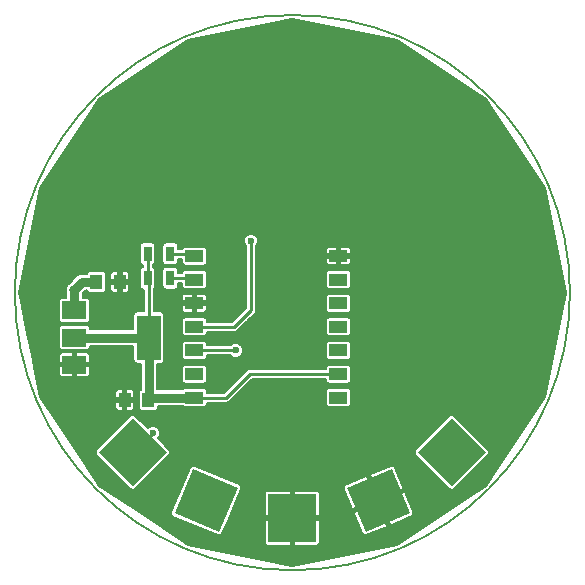
<source format=gbr>
%TF.GenerationSoftware,KiCad,Pcbnew,4.0.7+dfsg1-1*%
%TF.CreationDate,2018-03-01T17:25:55+01:00*%
%TF.ProjectId,ARC-Reactor,4152432D52656163746F722E6B696361,rev?*%
%TF.FileFunction,Copper,L2,Bot,Signal*%
%FSLAX46Y46*%
G04 Gerber Fmt 4.6, Leading zero omitted, Abs format (unit mm)*
G04 Created by KiCad (PCBNEW 4.0.7+dfsg1-1) date Thu Mar  1 17:25:55 2018*
%MOMM*%
%LPD*%
G01*
G04 APERTURE LIST*
%ADD10C,0.150000*%
%ADD11R,1.500000X1.000000*%
%ADD12R,1.000000X1.250000*%
%ADD13R,2.000000X3.800000*%
%ADD14R,2.000000X1.500000*%
%ADD15R,0.700000X1.300000*%
%ADD16R,4.064000X4.064000*%
%ADD17C,0.800000*%
%ADD18C,0.600000*%
%ADD19C,0.800000*%
%ADD20C,0.250000*%
%ADD21C,0.200000*%
G04 APERTURE END LIST*
D10*
X123500000Y-100000000D02*
G75*
G03X123500000Y-100000000I-23500000J0D01*
G01*
D11*
X103900000Y-108898060D03*
X103900000Y-106899080D03*
X103900000Y-96901640D03*
X91700000Y-96901640D03*
X91700000Y-98900620D03*
X91700000Y-104897560D03*
X91700000Y-102901120D03*
X91700000Y-106899080D03*
X91700000Y-100902140D03*
X103900000Y-104897560D03*
X103900000Y-98900620D03*
X103900000Y-102901120D03*
X103900000Y-100902140D03*
X91700000Y-108898060D03*
D12*
X83400000Y-99100000D03*
X85400000Y-99100000D03*
X87800000Y-109100000D03*
X85800000Y-109100000D03*
D13*
X87850000Y-103800000D03*
D14*
X81550000Y-103800000D03*
X81550000Y-101500000D03*
X81550000Y-106100000D03*
D15*
X87750000Y-96700000D03*
X89650000Y-96700000D03*
X87750000Y-98800000D03*
X89650000Y-98800000D03*
D16*
X100000000Y-119100000D03*
D10*
G36*
X108399710Y-114945064D02*
X109954936Y-118699710D01*
X106200290Y-120254936D01*
X104645064Y-116500290D01*
X108399710Y-114945064D01*
X108399710Y-114945064D01*
G37*
G36*
X95354936Y-116500290D02*
X93799710Y-120254936D01*
X90045064Y-118699710D01*
X91600290Y-114945064D01*
X95354936Y-116500290D01*
X95354936Y-116500290D01*
G37*
G36*
X113500000Y-110626318D02*
X116373682Y-113500000D01*
X113500000Y-116373682D01*
X110626318Y-113500000D01*
X113500000Y-110626318D01*
X113500000Y-110626318D01*
G37*
G36*
X89373682Y-113500000D02*
X86500000Y-116373682D01*
X83626318Y-113500000D01*
X86500000Y-110626318D01*
X89373682Y-113500000D01*
X89373682Y-113500000D01*
G37*
D17*
X113500000Y-113400000D03*
X92700000Y-117600000D03*
X81550000Y-99750000D03*
D18*
X94100000Y-101600000D03*
X95900000Y-114400000D03*
X107200000Y-113200000D03*
X104000000Y-85500000D03*
X92800000Y-86800000D03*
X85500000Y-95900000D03*
X86900000Y-107400000D03*
X94600000Y-96900000D03*
X90600000Y-111700000D03*
X85100000Y-101700000D03*
X88300000Y-90700000D03*
X98300000Y-85100000D03*
X109300000Y-88300000D03*
X113200000Y-92800000D03*
X114900000Y-98400000D03*
X114500000Y-104000000D03*
X111700000Y-109300000D03*
X101600000Y-114800000D03*
X98300000Y-104200000D03*
X97000000Y-105500000D03*
X101600000Y-105900000D03*
X105400000Y-103100000D03*
X105900000Y-98300000D03*
X103000000Y-94500000D03*
X98300000Y-94000000D03*
X96500000Y-95600000D03*
X88200000Y-111900000D03*
X95200000Y-104900000D03*
D19*
X113500000Y-113400000D02*
X113500000Y-113500000D01*
X113500000Y-113500000D02*
X113300000Y-113500000D01*
X83400000Y-99100000D02*
X82200000Y-99100000D01*
X81550000Y-99750000D02*
X81550000Y-101500000D01*
X82200000Y-99100000D02*
X81550000Y-99750000D01*
D20*
X87750000Y-96700000D02*
X87750000Y-98800000D01*
X87750000Y-98800000D02*
X87850000Y-98900000D01*
X87850000Y-98900000D02*
X87850000Y-103800000D01*
X103900000Y-106899080D02*
X96400920Y-106899080D01*
X94401940Y-108898060D02*
X91700000Y-108898060D01*
X96400920Y-106899080D02*
X94401940Y-108898060D01*
D19*
X91700000Y-108898060D02*
X88001940Y-108898060D01*
X88001940Y-108898060D02*
X87850000Y-108746120D01*
X87850000Y-108746120D02*
X87850000Y-103800000D01*
X81550000Y-103800000D02*
X87850000Y-103800000D01*
D20*
X91700000Y-102901120D02*
X95098880Y-102901120D01*
X96500000Y-95600000D02*
X96500000Y-101500000D01*
X95098880Y-102901120D02*
X96500000Y-101500000D01*
X89650000Y-96700000D02*
X91498360Y-96700000D01*
X91498360Y-96700000D02*
X91700000Y-96901640D01*
X89650000Y-98800000D02*
X91599380Y-98800000D01*
X91599380Y-98800000D02*
X91700000Y-98900620D01*
X91700000Y-104897560D02*
X95197560Y-104897560D01*
X88200000Y-111900000D02*
X86600000Y-113500000D01*
X95197560Y-104897560D02*
X95200000Y-104900000D01*
X86500000Y-113500000D02*
X86600000Y-113500000D01*
D21*
G36*
X108849554Y-78635286D02*
X116351844Y-83648156D01*
X121364714Y-91150446D01*
X123125000Y-100000000D01*
X121364714Y-108849554D01*
X116351844Y-116351844D01*
X108849554Y-121364714D01*
X100000000Y-123125000D01*
X91150446Y-121364714D01*
X87152501Y-118693372D01*
X89739253Y-118693372D01*
X89760880Y-118812849D01*
X89827287Y-118914498D01*
X89928010Y-118982303D01*
X93682656Y-120537529D01*
X93793372Y-120560747D01*
X93912849Y-120539120D01*
X94014498Y-120472713D01*
X94082303Y-120371990D01*
X94514323Y-119329000D01*
X97668000Y-119329000D01*
X97668000Y-121191673D01*
X97713672Y-121301936D01*
X97798063Y-121386328D01*
X97908326Y-121432000D01*
X99771000Y-121432000D01*
X99846000Y-121357000D01*
X99846000Y-119254000D01*
X100154000Y-119254000D01*
X100154000Y-121357000D01*
X100229000Y-121432000D01*
X102091674Y-121432000D01*
X102201937Y-121386328D01*
X102286328Y-121301936D01*
X102332000Y-121191673D01*
X102332000Y-119329000D01*
X102257000Y-119254000D01*
X100154000Y-119254000D01*
X99846000Y-119254000D01*
X97743000Y-119254000D01*
X97668000Y-119329000D01*
X94514323Y-119329000D01*
X95475578Y-117008327D01*
X97668000Y-117008327D01*
X97668000Y-118871000D01*
X97743000Y-118946000D01*
X99846000Y-118946000D01*
X99846000Y-116843000D01*
X100154000Y-116843000D01*
X100154000Y-118946000D01*
X102257000Y-118946000D01*
X102332000Y-118871000D01*
X102332000Y-118703986D01*
X105233147Y-118703986D01*
X105900289Y-120314609D01*
X105945962Y-120424872D01*
X106030353Y-120509263D01*
X106140615Y-120554936D01*
X106259963Y-120554936D01*
X107980849Y-119842122D01*
X108021439Y-119744129D01*
X107216656Y-117801211D01*
X105273737Y-118605994D01*
X105233147Y-118703986D01*
X102332000Y-118703986D01*
X102332000Y-117008327D01*
X102286328Y-116898064D01*
X102201937Y-116813672D01*
X102091674Y-116768000D01*
X100229000Y-116768000D01*
X100154000Y-116843000D01*
X99846000Y-116843000D01*
X99771000Y-116768000D01*
X97908326Y-116768000D01*
X97798063Y-116813672D01*
X97713672Y-116898064D01*
X97668000Y-117008327D01*
X95475578Y-117008327D01*
X95637529Y-116617344D01*
X95660747Y-116506628D01*
X95648798Y-116440616D01*
X104345064Y-116440616D01*
X104345064Y-116559964D01*
X104390736Y-116670226D01*
X105057878Y-118280849D01*
X105155871Y-118321439D01*
X106696368Y-117683344D01*
X107501211Y-117683344D01*
X108305994Y-119626263D01*
X108403986Y-119666853D01*
X110124873Y-118954038D01*
X110209264Y-118869647D01*
X110254936Y-118759384D01*
X110254936Y-118640036D01*
X110209264Y-118529774D01*
X109542122Y-116919151D01*
X109444129Y-116878561D01*
X107501211Y-117683344D01*
X106696368Y-117683344D01*
X107098789Y-117516656D01*
X106294006Y-115573737D01*
X106196014Y-115533147D01*
X104475127Y-116245962D01*
X104390736Y-116330353D01*
X104345064Y-116440616D01*
X95648798Y-116440616D01*
X95639120Y-116387151D01*
X95572713Y-116285502D01*
X95471990Y-116217697D01*
X93632781Y-115455871D01*
X106578561Y-115455871D01*
X107383344Y-117398789D01*
X109326263Y-116594006D01*
X109366853Y-116496014D01*
X108699711Y-114885391D01*
X108654038Y-114775128D01*
X108569647Y-114690737D01*
X108459385Y-114645064D01*
X108340037Y-114645064D01*
X106619151Y-115357878D01*
X106578561Y-115455871D01*
X93632781Y-115455871D01*
X91717344Y-114662471D01*
X91606628Y-114639253D01*
X91487151Y-114660880D01*
X91385502Y-114727287D01*
X91317697Y-114828010D01*
X89762471Y-118582656D01*
X89739253Y-118693372D01*
X87152501Y-118693372D01*
X83648156Y-116351844D01*
X81739792Y-113495774D01*
X83320470Y-113495774D01*
X83342923Y-113615099D01*
X83410030Y-113716288D01*
X86283712Y-116589970D01*
X86377115Y-116653789D01*
X86495774Y-116679530D01*
X86615099Y-116657077D01*
X86716288Y-116589970D01*
X89589970Y-113716288D01*
X89653789Y-113622885D01*
X89679530Y-113504226D01*
X89677940Y-113495774D01*
X110320470Y-113495774D01*
X110342923Y-113615099D01*
X110410030Y-113716288D01*
X113283712Y-116589970D01*
X113377115Y-116653789D01*
X113495774Y-116679530D01*
X113615099Y-116657077D01*
X113716288Y-116589970D01*
X116589970Y-113716288D01*
X116653789Y-113622885D01*
X116679530Y-113504226D01*
X116657077Y-113384901D01*
X116589970Y-113283712D01*
X113716288Y-110410030D01*
X113622885Y-110346211D01*
X113504226Y-110320470D01*
X113384901Y-110342923D01*
X113283712Y-110410030D01*
X110410030Y-113283712D01*
X110346211Y-113377115D01*
X110320470Y-113495774D01*
X89677940Y-113495774D01*
X89657077Y-113384901D01*
X89589970Y-113283712D01*
X88627396Y-112321138D01*
X88708359Y-112240317D01*
X88799896Y-112019871D01*
X88800104Y-111781176D01*
X88708952Y-111560571D01*
X88540317Y-111391641D01*
X88319871Y-111300104D01*
X88081176Y-111299896D01*
X87860571Y-111391048D01*
X87778867Y-111472609D01*
X86716288Y-110410030D01*
X86622885Y-110346211D01*
X86504226Y-110320470D01*
X86384901Y-110342923D01*
X86283712Y-110410030D01*
X83410030Y-113283712D01*
X83346211Y-113377115D01*
X83320470Y-113495774D01*
X81739792Y-113495774D01*
X78955642Y-109329000D01*
X85000000Y-109329000D01*
X85000000Y-109784673D01*
X85045672Y-109894936D01*
X85130063Y-109979328D01*
X85240326Y-110025000D01*
X85571000Y-110025000D01*
X85646000Y-109950000D01*
X85646000Y-109254000D01*
X85954000Y-109254000D01*
X85954000Y-109950000D01*
X86029000Y-110025000D01*
X86359674Y-110025000D01*
X86469937Y-109979328D01*
X86554328Y-109894936D01*
X86600000Y-109784673D01*
X86600000Y-109329000D01*
X86525000Y-109254000D01*
X85954000Y-109254000D01*
X85646000Y-109254000D01*
X85075000Y-109254000D01*
X85000000Y-109329000D01*
X78955642Y-109329000D01*
X78635286Y-108849554D01*
X78548913Y-108415327D01*
X85000000Y-108415327D01*
X85000000Y-108871000D01*
X85075000Y-108946000D01*
X85646000Y-108946000D01*
X85646000Y-108250000D01*
X85954000Y-108250000D01*
X85954000Y-108946000D01*
X86525000Y-108946000D01*
X86600000Y-108871000D01*
X86600000Y-108415327D01*
X86554328Y-108305064D01*
X86469937Y-108220672D01*
X86359674Y-108175000D01*
X86029000Y-108175000D01*
X85954000Y-108250000D01*
X85646000Y-108250000D01*
X85571000Y-108175000D01*
X85240326Y-108175000D01*
X85130063Y-108220672D01*
X85045672Y-108305064D01*
X85000000Y-108415327D01*
X78548913Y-108415327D01*
X78133917Y-106329000D01*
X80250000Y-106329000D01*
X80250000Y-106909673D01*
X80295672Y-107019936D01*
X80380063Y-107104328D01*
X80490326Y-107150000D01*
X81321000Y-107150000D01*
X81396000Y-107075000D01*
X81396000Y-106254000D01*
X81704000Y-106254000D01*
X81704000Y-107075000D01*
X81779000Y-107150000D01*
X82609674Y-107150000D01*
X82719937Y-107104328D01*
X82804328Y-107019936D01*
X82850000Y-106909673D01*
X82850000Y-106329000D01*
X82775000Y-106254000D01*
X81704000Y-106254000D01*
X81396000Y-106254000D01*
X80325000Y-106254000D01*
X80250000Y-106329000D01*
X78133917Y-106329000D01*
X77927312Y-105290327D01*
X80250000Y-105290327D01*
X80250000Y-105871000D01*
X80325000Y-105946000D01*
X81396000Y-105946000D01*
X81396000Y-105125000D01*
X81704000Y-105125000D01*
X81704000Y-105946000D01*
X82775000Y-105946000D01*
X82850000Y-105871000D01*
X82850000Y-105290327D01*
X82804328Y-105180064D01*
X82719937Y-105095672D01*
X82609674Y-105050000D01*
X81779000Y-105050000D01*
X81704000Y-105125000D01*
X81396000Y-105125000D01*
X81321000Y-105050000D01*
X80490326Y-105050000D01*
X80380063Y-105095672D01*
X80295672Y-105180064D01*
X80250000Y-105290327D01*
X77927312Y-105290327D01*
X77481683Y-103050000D01*
X80244123Y-103050000D01*
X80244123Y-104550000D01*
X80265042Y-104661173D01*
X80330745Y-104763279D01*
X80430997Y-104831778D01*
X80550000Y-104855877D01*
X82550000Y-104855877D01*
X82661173Y-104834958D01*
X82763279Y-104769255D01*
X82831778Y-104669003D01*
X82855877Y-104550000D01*
X82855877Y-104500000D01*
X86544123Y-104500000D01*
X86544123Y-105700000D01*
X86565042Y-105811173D01*
X86630745Y-105913279D01*
X86730997Y-105981778D01*
X86850000Y-106005877D01*
X87150000Y-106005877D01*
X87150000Y-108215026D01*
X87086721Y-108255745D01*
X87018222Y-108355997D01*
X86994123Y-108475000D01*
X86994123Y-109725000D01*
X87015042Y-109836173D01*
X87080745Y-109938279D01*
X87180997Y-110006778D01*
X87300000Y-110030877D01*
X88300000Y-110030877D01*
X88411173Y-110009958D01*
X88513279Y-109944255D01*
X88581778Y-109844003D01*
X88605877Y-109725000D01*
X88605877Y-109598060D01*
X90722200Y-109598060D01*
X90730745Y-109611339D01*
X90830997Y-109679838D01*
X90950000Y-109703937D01*
X92450000Y-109703937D01*
X92561173Y-109683018D01*
X92663279Y-109617315D01*
X92731778Y-109517063D01*
X92755877Y-109398060D01*
X92755877Y-109323060D01*
X94401940Y-109323060D01*
X94537597Y-109296076D01*
X94564581Y-109290709D01*
X94702460Y-109198580D01*
X95502980Y-108398060D01*
X102844123Y-108398060D01*
X102844123Y-109398060D01*
X102865042Y-109509233D01*
X102930745Y-109611339D01*
X103030997Y-109679838D01*
X103150000Y-109703937D01*
X104650000Y-109703937D01*
X104761173Y-109683018D01*
X104863279Y-109617315D01*
X104931778Y-109517063D01*
X104955877Y-109398060D01*
X104955877Y-108398060D01*
X104934958Y-108286887D01*
X104869255Y-108184781D01*
X104769003Y-108116282D01*
X104650000Y-108092183D01*
X103150000Y-108092183D01*
X103038827Y-108113102D01*
X102936721Y-108178805D01*
X102868222Y-108279057D01*
X102844123Y-108398060D01*
X95502980Y-108398060D01*
X96576961Y-107324080D01*
X102844123Y-107324080D01*
X102844123Y-107399080D01*
X102865042Y-107510253D01*
X102930745Y-107612359D01*
X103030997Y-107680858D01*
X103150000Y-107704957D01*
X104650000Y-107704957D01*
X104761173Y-107684038D01*
X104863279Y-107618335D01*
X104931778Y-107518083D01*
X104955877Y-107399080D01*
X104955877Y-106399080D01*
X104934958Y-106287907D01*
X104869255Y-106185801D01*
X104769003Y-106117302D01*
X104650000Y-106093203D01*
X103150000Y-106093203D01*
X103038827Y-106114122D01*
X102936721Y-106179825D01*
X102868222Y-106280077D01*
X102844123Y-106399080D01*
X102844123Y-106474080D01*
X96400920Y-106474080D01*
X96238279Y-106506431D01*
X96100400Y-106598559D01*
X94225900Y-108473060D01*
X92755877Y-108473060D01*
X92755877Y-108398060D01*
X92734958Y-108286887D01*
X92669255Y-108184781D01*
X92569003Y-108116282D01*
X92450000Y-108092183D01*
X90950000Y-108092183D01*
X90838827Y-108113102D01*
X90736721Y-108178805D01*
X90723565Y-108198060D01*
X88550000Y-108198060D01*
X88550000Y-106399080D01*
X90644123Y-106399080D01*
X90644123Y-107399080D01*
X90665042Y-107510253D01*
X90730745Y-107612359D01*
X90830997Y-107680858D01*
X90950000Y-107704957D01*
X92450000Y-107704957D01*
X92561173Y-107684038D01*
X92663279Y-107618335D01*
X92731778Y-107518083D01*
X92755877Y-107399080D01*
X92755877Y-106399080D01*
X92734958Y-106287907D01*
X92669255Y-106185801D01*
X92569003Y-106117302D01*
X92450000Y-106093203D01*
X90950000Y-106093203D01*
X90838827Y-106114122D01*
X90736721Y-106179825D01*
X90668222Y-106280077D01*
X90644123Y-106399080D01*
X88550000Y-106399080D01*
X88550000Y-106005877D01*
X88850000Y-106005877D01*
X88961173Y-105984958D01*
X89063279Y-105919255D01*
X89131778Y-105819003D01*
X89155877Y-105700000D01*
X89155877Y-104397560D01*
X90644123Y-104397560D01*
X90644123Y-105397560D01*
X90665042Y-105508733D01*
X90730745Y-105610839D01*
X90830997Y-105679338D01*
X90950000Y-105703437D01*
X92450000Y-105703437D01*
X92561173Y-105682518D01*
X92663279Y-105616815D01*
X92731778Y-105516563D01*
X92755877Y-105397560D01*
X92755877Y-105322560D01*
X94774034Y-105322560D01*
X94859683Y-105408359D01*
X95080129Y-105499896D01*
X95318824Y-105500104D01*
X95539429Y-105408952D01*
X95708359Y-105240317D01*
X95799896Y-105019871D01*
X95800104Y-104781176D01*
X95708952Y-104560571D01*
X95546226Y-104397560D01*
X102844123Y-104397560D01*
X102844123Y-105397560D01*
X102865042Y-105508733D01*
X102930745Y-105610839D01*
X103030997Y-105679338D01*
X103150000Y-105703437D01*
X104650000Y-105703437D01*
X104761173Y-105682518D01*
X104863279Y-105616815D01*
X104931778Y-105516563D01*
X104955877Y-105397560D01*
X104955877Y-104397560D01*
X104934958Y-104286387D01*
X104869255Y-104184281D01*
X104769003Y-104115782D01*
X104650000Y-104091683D01*
X103150000Y-104091683D01*
X103038827Y-104112602D01*
X102936721Y-104178305D01*
X102868222Y-104278557D01*
X102844123Y-104397560D01*
X95546226Y-104397560D01*
X95540317Y-104391641D01*
X95319871Y-104300104D01*
X95081176Y-104299896D01*
X94860571Y-104391048D01*
X94778916Y-104472560D01*
X92755877Y-104472560D01*
X92755877Y-104397560D01*
X92734958Y-104286387D01*
X92669255Y-104184281D01*
X92569003Y-104115782D01*
X92450000Y-104091683D01*
X90950000Y-104091683D01*
X90838827Y-104112602D01*
X90736721Y-104178305D01*
X90668222Y-104278557D01*
X90644123Y-104397560D01*
X89155877Y-104397560D01*
X89155877Y-102401120D01*
X90644123Y-102401120D01*
X90644123Y-103401120D01*
X90665042Y-103512293D01*
X90730745Y-103614399D01*
X90830997Y-103682898D01*
X90950000Y-103706997D01*
X92450000Y-103706997D01*
X92561173Y-103686078D01*
X92663279Y-103620375D01*
X92731778Y-103520123D01*
X92755877Y-103401120D01*
X92755877Y-103326120D01*
X95098880Y-103326120D01*
X95234537Y-103299136D01*
X95261521Y-103293769D01*
X95399400Y-103201640D01*
X96199920Y-102401120D01*
X102844123Y-102401120D01*
X102844123Y-103401120D01*
X102865042Y-103512293D01*
X102930745Y-103614399D01*
X103030997Y-103682898D01*
X103150000Y-103706997D01*
X104650000Y-103706997D01*
X104761173Y-103686078D01*
X104863279Y-103620375D01*
X104931778Y-103520123D01*
X104955877Y-103401120D01*
X104955877Y-102401120D01*
X104934958Y-102289947D01*
X104869255Y-102187841D01*
X104769003Y-102119342D01*
X104650000Y-102095243D01*
X103150000Y-102095243D01*
X103038827Y-102116162D01*
X102936721Y-102181865D01*
X102868222Y-102282117D01*
X102844123Y-102401120D01*
X96199920Y-102401120D01*
X96800520Y-101800520D01*
X96892649Y-101662641D01*
X96925000Y-101500000D01*
X96925000Y-100402140D01*
X102844123Y-100402140D01*
X102844123Y-101402140D01*
X102865042Y-101513313D01*
X102930745Y-101615419D01*
X103030997Y-101683918D01*
X103150000Y-101708017D01*
X104650000Y-101708017D01*
X104761173Y-101687098D01*
X104863279Y-101621395D01*
X104931778Y-101521143D01*
X104955877Y-101402140D01*
X104955877Y-100402140D01*
X104934958Y-100290967D01*
X104869255Y-100188861D01*
X104769003Y-100120362D01*
X104650000Y-100096263D01*
X103150000Y-100096263D01*
X103038827Y-100117182D01*
X102936721Y-100182885D01*
X102868222Y-100283137D01*
X102844123Y-100402140D01*
X96925000Y-100402140D01*
X96925000Y-98400620D01*
X102844123Y-98400620D01*
X102844123Y-99400620D01*
X102865042Y-99511793D01*
X102930745Y-99613899D01*
X103030997Y-99682398D01*
X103150000Y-99706497D01*
X104650000Y-99706497D01*
X104761173Y-99685578D01*
X104863279Y-99619875D01*
X104931778Y-99519623D01*
X104955877Y-99400620D01*
X104955877Y-98400620D01*
X104934958Y-98289447D01*
X104869255Y-98187341D01*
X104769003Y-98118842D01*
X104650000Y-98094743D01*
X103150000Y-98094743D01*
X103038827Y-98115662D01*
X102936721Y-98181365D01*
X102868222Y-98281617D01*
X102844123Y-98400620D01*
X96925000Y-98400620D01*
X96925000Y-97130640D01*
X102850000Y-97130640D01*
X102850000Y-97461313D01*
X102895672Y-97571576D01*
X102980063Y-97655968D01*
X103090326Y-97701640D01*
X103671000Y-97701640D01*
X103746000Y-97626640D01*
X103746000Y-97055640D01*
X104054000Y-97055640D01*
X104054000Y-97626640D01*
X104129000Y-97701640D01*
X104709674Y-97701640D01*
X104819937Y-97655968D01*
X104904328Y-97571576D01*
X104950000Y-97461313D01*
X104950000Y-97130640D01*
X104875000Y-97055640D01*
X104054000Y-97055640D01*
X103746000Y-97055640D01*
X102925000Y-97055640D01*
X102850000Y-97130640D01*
X96925000Y-97130640D01*
X96925000Y-96341967D01*
X102850000Y-96341967D01*
X102850000Y-96672640D01*
X102925000Y-96747640D01*
X103746000Y-96747640D01*
X103746000Y-96176640D01*
X104054000Y-96176640D01*
X104054000Y-96747640D01*
X104875000Y-96747640D01*
X104950000Y-96672640D01*
X104950000Y-96341967D01*
X104904328Y-96231704D01*
X104819937Y-96147312D01*
X104709674Y-96101640D01*
X104129000Y-96101640D01*
X104054000Y-96176640D01*
X103746000Y-96176640D01*
X103671000Y-96101640D01*
X103090326Y-96101640D01*
X102980063Y-96147312D01*
X102895672Y-96231704D01*
X102850000Y-96341967D01*
X96925000Y-96341967D01*
X96925000Y-96023530D01*
X97008359Y-95940317D01*
X97099896Y-95719871D01*
X97100104Y-95481176D01*
X97008952Y-95260571D01*
X96840317Y-95091641D01*
X96619871Y-95000104D01*
X96381176Y-94999896D01*
X96160571Y-95091048D01*
X95991641Y-95259683D01*
X95900104Y-95480129D01*
X95899896Y-95718824D01*
X95991048Y-95939429D01*
X96075000Y-96023528D01*
X96075000Y-101323960D01*
X94922840Y-102476120D01*
X92755877Y-102476120D01*
X92755877Y-102401120D01*
X92734958Y-102289947D01*
X92669255Y-102187841D01*
X92569003Y-102119342D01*
X92450000Y-102095243D01*
X90950000Y-102095243D01*
X90838827Y-102116162D01*
X90736721Y-102181865D01*
X90668222Y-102282117D01*
X90644123Y-102401120D01*
X89155877Y-102401120D01*
X89155877Y-101900000D01*
X89134958Y-101788827D01*
X89069255Y-101686721D01*
X88969003Y-101618222D01*
X88850000Y-101594123D01*
X88275000Y-101594123D01*
X88275000Y-101131140D01*
X90650000Y-101131140D01*
X90650000Y-101461813D01*
X90695672Y-101572076D01*
X90780063Y-101656468D01*
X90890326Y-101702140D01*
X91471000Y-101702140D01*
X91546000Y-101627140D01*
X91546000Y-101056140D01*
X91854000Y-101056140D01*
X91854000Y-101627140D01*
X91929000Y-101702140D01*
X92509674Y-101702140D01*
X92619937Y-101656468D01*
X92704328Y-101572076D01*
X92750000Y-101461813D01*
X92750000Y-101131140D01*
X92675000Y-101056140D01*
X91854000Y-101056140D01*
X91546000Y-101056140D01*
X90725000Y-101056140D01*
X90650000Y-101131140D01*
X88275000Y-101131140D01*
X88275000Y-100342467D01*
X90650000Y-100342467D01*
X90650000Y-100673140D01*
X90725000Y-100748140D01*
X91546000Y-100748140D01*
X91546000Y-100177140D01*
X91854000Y-100177140D01*
X91854000Y-100748140D01*
X92675000Y-100748140D01*
X92750000Y-100673140D01*
X92750000Y-100342467D01*
X92704328Y-100232204D01*
X92619937Y-100147812D01*
X92509674Y-100102140D01*
X91929000Y-100102140D01*
X91854000Y-100177140D01*
X91546000Y-100177140D01*
X91471000Y-100102140D01*
X90890326Y-100102140D01*
X90780063Y-100147812D01*
X90695672Y-100232204D01*
X90650000Y-100342467D01*
X88275000Y-100342467D01*
X88275000Y-99693887D01*
X88313279Y-99669255D01*
X88381778Y-99569003D01*
X88405877Y-99450000D01*
X88405877Y-98150000D01*
X88994123Y-98150000D01*
X88994123Y-99450000D01*
X89015042Y-99561173D01*
X89080745Y-99663279D01*
X89180997Y-99731778D01*
X89300000Y-99755877D01*
X90000000Y-99755877D01*
X90111173Y-99734958D01*
X90213279Y-99669255D01*
X90281778Y-99569003D01*
X90305877Y-99450000D01*
X90305877Y-99225000D01*
X90644123Y-99225000D01*
X90644123Y-99400620D01*
X90665042Y-99511793D01*
X90730745Y-99613899D01*
X90830997Y-99682398D01*
X90950000Y-99706497D01*
X92450000Y-99706497D01*
X92561173Y-99685578D01*
X92663279Y-99619875D01*
X92731778Y-99519623D01*
X92755877Y-99400620D01*
X92755877Y-98400620D01*
X92734958Y-98289447D01*
X92669255Y-98187341D01*
X92569003Y-98118842D01*
X92450000Y-98094743D01*
X90950000Y-98094743D01*
X90838827Y-98115662D01*
X90736721Y-98181365D01*
X90668222Y-98281617D01*
X90649311Y-98375000D01*
X90305877Y-98375000D01*
X90305877Y-98150000D01*
X90284958Y-98038827D01*
X90219255Y-97936721D01*
X90119003Y-97868222D01*
X90000000Y-97844123D01*
X89300000Y-97844123D01*
X89188827Y-97865042D01*
X89086721Y-97930745D01*
X89018222Y-98030997D01*
X88994123Y-98150000D01*
X88405877Y-98150000D01*
X88384958Y-98038827D01*
X88319255Y-97936721D01*
X88219003Y-97868222D01*
X88175000Y-97859311D01*
X88175000Y-97641765D01*
X88211173Y-97634958D01*
X88313279Y-97569255D01*
X88381778Y-97469003D01*
X88405877Y-97350000D01*
X88405877Y-96050000D01*
X88994123Y-96050000D01*
X88994123Y-97350000D01*
X89015042Y-97461173D01*
X89080745Y-97563279D01*
X89180997Y-97631778D01*
X89300000Y-97655877D01*
X90000000Y-97655877D01*
X90111173Y-97634958D01*
X90213279Y-97569255D01*
X90281778Y-97469003D01*
X90305877Y-97350000D01*
X90305877Y-97125000D01*
X90644123Y-97125000D01*
X90644123Y-97401640D01*
X90665042Y-97512813D01*
X90730745Y-97614919D01*
X90830997Y-97683418D01*
X90950000Y-97707517D01*
X92450000Y-97707517D01*
X92561173Y-97686598D01*
X92663279Y-97620895D01*
X92731778Y-97520643D01*
X92755877Y-97401640D01*
X92755877Y-96401640D01*
X92734958Y-96290467D01*
X92669255Y-96188361D01*
X92569003Y-96119862D01*
X92450000Y-96095763D01*
X90950000Y-96095763D01*
X90838827Y-96116682D01*
X90736721Y-96182385D01*
X90673440Y-96275000D01*
X90305877Y-96275000D01*
X90305877Y-96050000D01*
X90284958Y-95938827D01*
X90219255Y-95836721D01*
X90119003Y-95768222D01*
X90000000Y-95744123D01*
X89300000Y-95744123D01*
X89188827Y-95765042D01*
X89086721Y-95830745D01*
X89018222Y-95930997D01*
X88994123Y-96050000D01*
X88405877Y-96050000D01*
X88384958Y-95938827D01*
X88319255Y-95836721D01*
X88219003Y-95768222D01*
X88100000Y-95744123D01*
X87400000Y-95744123D01*
X87288827Y-95765042D01*
X87186721Y-95830745D01*
X87118222Y-95930997D01*
X87094123Y-96050000D01*
X87094123Y-97350000D01*
X87115042Y-97461173D01*
X87180745Y-97563279D01*
X87280997Y-97631778D01*
X87325000Y-97640689D01*
X87325000Y-97858235D01*
X87288827Y-97865042D01*
X87186721Y-97930745D01*
X87118222Y-98030997D01*
X87094123Y-98150000D01*
X87094123Y-99450000D01*
X87115042Y-99561173D01*
X87180745Y-99663279D01*
X87280997Y-99731778D01*
X87400000Y-99755877D01*
X87425000Y-99755877D01*
X87425000Y-101594123D01*
X86850000Y-101594123D01*
X86738827Y-101615042D01*
X86636721Y-101680745D01*
X86568222Y-101780997D01*
X86544123Y-101900000D01*
X86544123Y-103100000D01*
X82855877Y-103100000D01*
X82855877Y-103050000D01*
X82834958Y-102938827D01*
X82769255Y-102836721D01*
X82669003Y-102768222D01*
X82550000Y-102744123D01*
X80550000Y-102744123D01*
X80438827Y-102765042D01*
X80336721Y-102830745D01*
X80268222Y-102930997D01*
X80244123Y-103050000D01*
X77481683Y-103050000D01*
X77024185Y-100750000D01*
X80244123Y-100750000D01*
X80244123Y-102250000D01*
X80265042Y-102361173D01*
X80330745Y-102463279D01*
X80430997Y-102531778D01*
X80550000Y-102555877D01*
X82550000Y-102555877D01*
X82661173Y-102534958D01*
X82763279Y-102469255D01*
X82831778Y-102369003D01*
X82855877Y-102250000D01*
X82855877Y-100750000D01*
X82834958Y-100638827D01*
X82769255Y-100536721D01*
X82669003Y-100468222D01*
X82550000Y-100444123D01*
X82250000Y-100444123D01*
X82250000Y-100039950D01*
X82489950Y-99800000D01*
X82608235Y-99800000D01*
X82615042Y-99836173D01*
X82680745Y-99938279D01*
X82780997Y-100006778D01*
X82900000Y-100030877D01*
X83900000Y-100030877D01*
X84011173Y-100009958D01*
X84113279Y-99944255D01*
X84181778Y-99844003D01*
X84205877Y-99725000D01*
X84205877Y-99329000D01*
X84600000Y-99329000D01*
X84600000Y-99784673D01*
X84645672Y-99894936D01*
X84730063Y-99979328D01*
X84840326Y-100025000D01*
X85171000Y-100025000D01*
X85246000Y-99950000D01*
X85246000Y-99254000D01*
X85554000Y-99254000D01*
X85554000Y-99950000D01*
X85629000Y-100025000D01*
X85959674Y-100025000D01*
X86069937Y-99979328D01*
X86154328Y-99894936D01*
X86200000Y-99784673D01*
X86200000Y-99329000D01*
X86125000Y-99254000D01*
X85554000Y-99254000D01*
X85246000Y-99254000D01*
X84675000Y-99254000D01*
X84600000Y-99329000D01*
X84205877Y-99329000D01*
X84205877Y-98475000D01*
X84194649Y-98415327D01*
X84600000Y-98415327D01*
X84600000Y-98871000D01*
X84675000Y-98946000D01*
X85246000Y-98946000D01*
X85246000Y-98250000D01*
X85554000Y-98250000D01*
X85554000Y-98946000D01*
X86125000Y-98946000D01*
X86200000Y-98871000D01*
X86200000Y-98415327D01*
X86154328Y-98305064D01*
X86069937Y-98220672D01*
X85959674Y-98175000D01*
X85629000Y-98175000D01*
X85554000Y-98250000D01*
X85246000Y-98250000D01*
X85171000Y-98175000D01*
X84840326Y-98175000D01*
X84730063Y-98220672D01*
X84645672Y-98305064D01*
X84600000Y-98415327D01*
X84194649Y-98415327D01*
X84184958Y-98363827D01*
X84119255Y-98261721D01*
X84019003Y-98193222D01*
X83900000Y-98169123D01*
X82900000Y-98169123D01*
X82788827Y-98190042D01*
X82686721Y-98255745D01*
X82618222Y-98355997D01*
X82609311Y-98400000D01*
X82200000Y-98400000D01*
X81932121Y-98453284D01*
X81705025Y-98605025D01*
X81055025Y-99255025D01*
X80956915Y-99352964D01*
X80850122Y-99610150D01*
X80849879Y-99888628D01*
X80850000Y-99888921D01*
X80850000Y-100444123D01*
X80550000Y-100444123D01*
X80438827Y-100465042D01*
X80336721Y-100530745D01*
X80268222Y-100630997D01*
X80244123Y-100750000D01*
X77024185Y-100750000D01*
X76875000Y-100000000D01*
X78635286Y-91150446D01*
X83648156Y-83648156D01*
X91150446Y-78635286D01*
X100000000Y-76875000D01*
X108849554Y-78635286D01*
X108849554Y-78635286D01*
G37*
X108849554Y-78635286D02*
X116351844Y-83648156D01*
X121364714Y-91150446D01*
X123125000Y-100000000D01*
X121364714Y-108849554D01*
X116351844Y-116351844D01*
X108849554Y-121364714D01*
X100000000Y-123125000D01*
X91150446Y-121364714D01*
X87152501Y-118693372D01*
X89739253Y-118693372D01*
X89760880Y-118812849D01*
X89827287Y-118914498D01*
X89928010Y-118982303D01*
X93682656Y-120537529D01*
X93793372Y-120560747D01*
X93912849Y-120539120D01*
X94014498Y-120472713D01*
X94082303Y-120371990D01*
X94514323Y-119329000D01*
X97668000Y-119329000D01*
X97668000Y-121191673D01*
X97713672Y-121301936D01*
X97798063Y-121386328D01*
X97908326Y-121432000D01*
X99771000Y-121432000D01*
X99846000Y-121357000D01*
X99846000Y-119254000D01*
X100154000Y-119254000D01*
X100154000Y-121357000D01*
X100229000Y-121432000D01*
X102091674Y-121432000D01*
X102201937Y-121386328D01*
X102286328Y-121301936D01*
X102332000Y-121191673D01*
X102332000Y-119329000D01*
X102257000Y-119254000D01*
X100154000Y-119254000D01*
X99846000Y-119254000D01*
X97743000Y-119254000D01*
X97668000Y-119329000D01*
X94514323Y-119329000D01*
X95475578Y-117008327D01*
X97668000Y-117008327D01*
X97668000Y-118871000D01*
X97743000Y-118946000D01*
X99846000Y-118946000D01*
X99846000Y-116843000D01*
X100154000Y-116843000D01*
X100154000Y-118946000D01*
X102257000Y-118946000D01*
X102332000Y-118871000D01*
X102332000Y-118703986D01*
X105233147Y-118703986D01*
X105900289Y-120314609D01*
X105945962Y-120424872D01*
X106030353Y-120509263D01*
X106140615Y-120554936D01*
X106259963Y-120554936D01*
X107980849Y-119842122D01*
X108021439Y-119744129D01*
X107216656Y-117801211D01*
X105273737Y-118605994D01*
X105233147Y-118703986D01*
X102332000Y-118703986D01*
X102332000Y-117008327D01*
X102286328Y-116898064D01*
X102201937Y-116813672D01*
X102091674Y-116768000D01*
X100229000Y-116768000D01*
X100154000Y-116843000D01*
X99846000Y-116843000D01*
X99771000Y-116768000D01*
X97908326Y-116768000D01*
X97798063Y-116813672D01*
X97713672Y-116898064D01*
X97668000Y-117008327D01*
X95475578Y-117008327D01*
X95637529Y-116617344D01*
X95660747Y-116506628D01*
X95648798Y-116440616D01*
X104345064Y-116440616D01*
X104345064Y-116559964D01*
X104390736Y-116670226D01*
X105057878Y-118280849D01*
X105155871Y-118321439D01*
X106696368Y-117683344D01*
X107501211Y-117683344D01*
X108305994Y-119626263D01*
X108403986Y-119666853D01*
X110124873Y-118954038D01*
X110209264Y-118869647D01*
X110254936Y-118759384D01*
X110254936Y-118640036D01*
X110209264Y-118529774D01*
X109542122Y-116919151D01*
X109444129Y-116878561D01*
X107501211Y-117683344D01*
X106696368Y-117683344D01*
X107098789Y-117516656D01*
X106294006Y-115573737D01*
X106196014Y-115533147D01*
X104475127Y-116245962D01*
X104390736Y-116330353D01*
X104345064Y-116440616D01*
X95648798Y-116440616D01*
X95639120Y-116387151D01*
X95572713Y-116285502D01*
X95471990Y-116217697D01*
X93632781Y-115455871D01*
X106578561Y-115455871D01*
X107383344Y-117398789D01*
X109326263Y-116594006D01*
X109366853Y-116496014D01*
X108699711Y-114885391D01*
X108654038Y-114775128D01*
X108569647Y-114690737D01*
X108459385Y-114645064D01*
X108340037Y-114645064D01*
X106619151Y-115357878D01*
X106578561Y-115455871D01*
X93632781Y-115455871D01*
X91717344Y-114662471D01*
X91606628Y-114639253D01*
X91487151Y-114660880D01*
X91385502Y-114727287D01*
X91317697Y-114828010D01*
X89762471Y-118582656D01*
X89739253Y-118693372D01*
X87152501Y-118693372D01*
X83648156Y-116351844D01*
X81739792Y-113495774D01*
X83320470Y-113495774D01*
X83342923Y-113615099D01*
X83410030Y-113716288D01*
X86283712Y-116589970D01*
X86377115Y-116653789D01*
X86495774Y-116679530D01*
X86615099Y-116657077D01*
X86716288Y-116589970D01*
X89589970Y-113716288D01*
X89653789Y-113622885D01*
X89679530Y-113504226D01*
X89677940Y-113495774D01*
X110320470Y-113495774D01*
X110342923Y-113615099D01*
X110410030Y-113716288D01*
X113283712Y-116589970D01*
X113377115Y-116653789D01*
X113495774Y-116679530D01*
X113615099Y-116657077D01*
X113716288Y-116589970D01*
X116589970Y-113716288D01*
X116653789Y-113622885D01*
X116679530Y-113504226D01*
X116657077Y-113384901D01*
X116589970Y-113283712D01*
X113716288Y-110410030D01*
X113622885Y-110346211D01*
X113504226Y-110320470D01*
X113384901Y-110342923D01*
X113283712Y-110410030D01*
X110410030Y-113283712D01*
X110346211Y-113377115D01*
X110320470Y-113495774D01*
X89677940Y-113495774D01*
X89657077Y-113384901D01*
X89589970Y-113283712D01*
X88627396Y-112321138D01*
X88708359Y-112240317D01*
X88799896Y-112019871D01*
X88800104Y-111781176D01*
X88708952Y-111560571D01*
X88540317Y-111391641D01*
X88319871Y-111300104D01*
X88081176Y-111299896D01*
X87860571Y-111391048D01*
X87778867Y-111472609D01*
X86716288Y-110410030D01*
X86622885Y-110346211D01*
X86504226Y-110320470D01*
X86384901Y-110342923D01*
X86283712Y-110410030D01*
X83410030Y-113283712D01*
X83346211Y-113377115D01*
X83320470Y-113495774D01*
X81739792Y-113495774D01*
X78955642Y-109329000D01*
X85000000Y-109329000D01*
X85000000Y-109784673D01*
X85045672Y-109894936D01*
X85130063Y-109979328D01*
X85240326Y-110025000D01*
X85571000Y-110025000D01*
X85646000Y-109950000D01*
X85646000Y-109254000D01*
X85954000Y-109254000D01*
X85954000Y-109950000D01*
X86029000Y-110025000D01*
X86359674Y-110025000D01*
X86469937Y-109979328D01*
X86554328Y-109894936D01*
X86600000Y-109784673D01*
X86600000Y-109329000D01*
X86525000Y-109254000D01*
X85954000Y-109254000D01*
X85646000Y-109254000D01*
X85075000Y-109254000D01*
X85000000Y-109329000D01*
X78955642Y-109329000D01*
X78635286Y-108849554D01*
X78548913Y-108415327D01*
X85000000Y-108415327D01*
X85000000Y-108871000D01*
X85075000Y-108946000D01*
X85646000Y-108946000D01*
X85646000Y-108250000D01*
X85954000Y-108250000D01*
X85954000Y-108946000D01*
X86525000Y-108946000D01*
X86600000Y-108871000D01*
X86600000Y-108415327D01*
X86554328Y-108305064D01*
X86469937Y-108220672D01*
X86359674Y-108175000D01*
X86029000Y-108175000D01*
X85954000Y-108250000D01*
X85646000Y-108250000D01*
X85571000Y-108175000D01*
X85240326Y-108175000D01*
X85130063Y-108220672D01*
X85045672Y-108305064D01*
X85000000Y-108415327D01*
X78548913Y-108415327D01*
X78133917Y-106329000D01*
X80250000Y-106329000D01*
X80250000Y-106909673D01*
X80295672Y-107019936D01*
X80380063Y-107104328D01*
X80490326Y-107150000D01*
X81321000Y-107150000D01*
X81396000Y-107075000D01*
X81396000Y-106254000D01*
X81704000Y-106254000D01*
X81704000Y-107075000D01*
X81779000Y-107150000D01*
X82609674Y-107150000D01*
X82719937Y-107104328D01*
X82804328Y-107019936D01*
X82850000Y-106909673D01*
X82850000Y-106329000D01*
X82775000Y-106254000D01*
X81704000Y-106254000D01*
X81396000Y-106254000D01*
X80325000Y-106254000D01*
X80250000Y-106329000D01*
X78133917Y-106329000D01*
X77927312Y-105290327D01*
X80250000Y-105290327D01*
X80250000Y-105871000D01*
X80325000Y-105946000D01*
X81396000Y-105946000D01*
X81396000Y-105125000D01*
X81704000Y-105125000D01*
X81704000Y-105946000D01*
X82775000Y-105946000D01*
X82850000Y-105871000D01*
X82850000Y-105290327D01*
X82804328Y-105180064D01*
X82719937Y-105095672D01*
X82609674Y-105050000D01*
X81779000Y-105050000D01*
X81704000Y-105125000D01*
X81396000Y-105125000D01*
X81321000Y-105050000D01*
X80490326Y-105050000D01*
X80380063Y-105095672D01*
X80295672Y-105180064D01*
X80250000Y-105290327D01*
X77927312Y-105290327D01*
X77481683Y-103050000D01*
X80244123Y-103050000D01*
X80244123Y-104550000D01*
X80265042Y-104661173D01*
X80330745Y-104763279D01*
X80430997Y-104831778D01*
X80550000Y-104855877D01*
X82550000Y-104855877D01*
X82661173Y-104834958D01*
X82763279Y-104769255D01*
X82831778Y-104669003D01*
X82855877Y-104550000D01*
X82855877Y-104500000D01*
X86544123Y-104500000D01*
X86544123Y-105700000D01*
X86565042Y-105811173D01*
X86630745Y-105913279D01*
X86730997Y-105981778D01*
X86850000Y-106005877D01*
X87150000Y-106005877D01*
X87150000Y-108215026D01*
X87086721Y-108255745D01*
X87018222Y-108355997D01*
X86994123Y-108475000D01*
X86994123Y-109725000D01*
X87015042Y-109836173D01*
X87080745Y-109938279D01*
X87180997Y-110006778D01*
X87300000Y-110030877D01*
X88300000Y-110030877D01*
X88411173Y-110009958D01*
X88513279Y-109944255D01*
X88581778Y-109844003D01*
X88605877Y-109725000D01*
X88605877Y-109598060D01*
X90722200Y-109598060D01*
X90730745Y-109611339D01*
X90830997Y-109679838D01*
X90950000Y-109703937D01*
X92450000Y-109703937D01*
X92561173Y-109683018D01*
X92663279Y-109617315D01*
X92731778Y-109517063D01*
X92755877Y-109398060D01*
X92755877Y-109323060D01*
X94401940Y-109323060D01*
X94537597Y-109296076D01*
X94564581Y-109290709D01*
X94702460Y-109198580D01*
X95502980Y-108398060D01*
X102844123Y-108398060D01*
X102844123Y-109398060D01*
X102865042Y-109509233D01*
X102930745Y-109611339D01*
X103030997Y-109679838D01*
X103150000Y-109703937D01*
X104650000Y-109703937D01*
X104761173Y-109683018D01*
X104863279Y-109617315D01*
X104931778Y-109517063D01*
X104955877Y-109398060D01*
X104955877Y-108398060D01*
X104934958Y-108286887D01*
X104869255Y-108184781D01*
X104769003Y-108116282D01*
X104650000Y-108092183D01*
X103150000Y-108092183D01*
X103038827Y-108113102D01*
X102936721Y-108178805D01*
X102868222Y-108279057D01*
X102844123Y-108398060D01*
X95502980Y-108398060D01*
X96576961Y-107324080D01*
X102844123Y-107324080D01*
X102844123Y-107399080D01*
X102865042Y-107510253D01*
X102930745Y-107612359D01*
X103030997Y-107680858D01*
X103150000Y-107704957D01*
X104650000Y-107704957D01*
X104761173Y-107684038D01*
X104863279Y-107618335D01*
X104931778Y-107518083D01*
X104955877Y-107399080D01*
X104955877Y-106399080D01*
X104934958Y-106287907D01*
X104869255Y-106185801D01*
X104769003Y-106117302D01*
X104650000Y-106093203D01*
X103150000Y-106093203D01*
X103038827Y-106114122D01*
X102936721Y-106179825D01*
X102868222Y-106280077D01*
X102844123Y-106399080D01*
X102844123Y-106474080D01*
X96400920Y-106474080D01*
X96238279Y-106506431D01*
X96100400Y-106598559D01*
X94225900Y-108473060D01*
X92755877Y-108473060D01*
X92755877Y-108398060D01*
X92734958Y-108286887D01*
X92669255Y-108184781D01*
X92569003Y-108116282D01*
X92450000Y-108092183D01*
X90950000Y-108092183D01*
X90838827Y-108113102D01*
X90736721Y-108178805D01*
X90723565Y-108198060D01*
X88550000Y-108198060D01*
X88550000Y-106399080D01*
X90644123Y-106399080D01*
X90644123Y-107399080D01*
X90665042Y-107510253D01*
X90730745Y-107612359D01*
X90830997Y-107680858D01*
X90950000Y-107704957D01*
X92450000Y-107704957D01*
X92561173Y-107684038D01*
X92663279Y-107618335D01*
X92731778Y-107518083D01*
X92755877Y-107399080D01*
X92755877Y-106399080D01*
X92734958Y-106287907D01*
X92669255Y-106185801D01*
X92569003Y-106117302D01*
X92450000Y-106093203D01*
X90950000Y-106093203D01*
X90838827Y-106114122D01*
X90736721Y-106179825D01*
X90668222Y-106280077D01*
X90644123Y-106399080D01*
X88550000Y-106399080D01*
X88550000Y-106005877D01*
X88850000Y-106005877D01*
X88961173Y-105984958D01*
X89063279Y-105919255D01*
X89131778Y-105819003D01*
X89155877Y-105700000D01*
X89155877Y-104397560D01*
X90644123Y-104397560D01*
X90644123Y-105397560D01*
X90665042Y-105508733D01*
X90730745Y-105610839D01*
X90830997Y-105679338D01*
X90950000Y-105703437D01*
X92450000Y-105703437D01*
X92561173Y-105682518D01*
X92663279Y-105616815D01*
X92731778Y-105516563D01*
X92755877Y-105397560D01*
X92755877Y-105322560D01*
X94774034Y-105322560D01*
X94859683Y-105408359D01*
X95080129Y-105499896D01*
X95318824Y-105500104D01*
X95539429Y-105408952D01*
X95708359Y-105240317D01*
X95799896Y-105019871D01*
X95800104Y-104781176D01*
X95708952Y-104560571D01*
X95546226Y-104397560D01*
X102844123Y-104397560D01*
X102844123Y-105397560D01*
X102865042Y-105508733D01*
X102930745Y-105610839D01*
X103030997Y-105679338D01*
X103150000Y-105703437D01*
X104650000Y-105703437D01*
X104761173Y-105682518D01*
X104863279Y-105616815D01*
X104931778Y-105516563D01*
X104955877Y-105397560D01*
X104955877Y-104397560D01*
X104934958Y-104286387D01*
X104869255Y-104184281D01*
X104769003Y-104115782D01*
X104650000Y-104091683D01*
X103150000Y-104091683D01*
X103038827Y-104112602D01*
X102936721Y-104178305D01*
X102868222Y-104278557D01*
X102844123Y-104397560D01*
X95546226Y-104397560D01*
X95540317Y-104391641D01*
X95319871Y-104300104D01*
X95081176Y-104299896D01*
X94860571Y-104391048D01*
X94778916Y-104472560D01*
X92755877Y-104472560D01*
X92755877Y-104397560D01*
X92734958Y-104286387D01*
X92669255Y-104184281D01*
X92569003Y-104115782D01*
X92450000Y-104091683D01*
X90950000Y-104091683D01*
X90838827Y-104112602D01*
X90736721Y-104178305D01*
X90668222Y-104278557D01*
X90644123Y-104397560D01*
X89155877Y-104397560D01*
X89155877Y-102401120D01*
X90644123Y-102401120D01*
X90644123Y-103401120D01*
X90665042Y-103512293D01*
X90730745Y-103614399D01*
X90830997Y-103682898D01*
X90950000Y-103706997D01*
X92450000Y-103706997D01*
X92561173Y-103686078D01*
X92663279Y-103620375D01*
X92731778Y-103520123D01*
X92755877Y-103401120D01*
X92755877Y-103326120D01*
X95098880Y-103326120D01*
X95234537Y-103299136D01*
X95261521Y-103293769D01*
X95399400Y-103201640D01*
X96199920Y-102401120D01*
X102844123Y-102401120D01*
X102844123Y-103401120D01*
X102865042Y-103512293D01*
X102930745Y-103614399D01*
X103030997Y-103682898D01*
X103150000Y-103706997D01*
X104650000Y-103706997D01*
X104761173Y-103686078D01*
X104863279Y-103620375D01*
X104931778Y-103520123D01*
X104955877Y-103401120D01*
X104955877Y-102401120D01*
X104934958Y-102289947D01*
X104869255Y-102187841D01*
X104769003Y-102119342D01*
X104650000Y-102095243D01*
X103150000Y-102095243D01*
X103038827Y-102116162D01*
X102936721Y-102181865D01*
X102868222Y-102282117D01*
X102844123Y-102401120D01*
X96199920Y-102401120D01*
X96800520Y-101800520D01*
X96892649Y-101662641D01*
X96925000Y-101500000D01*
X96925000Y-100402140D01*
X102844123Y-100402140D01*
X102844123Y-101402140D01*
X102865042Y-101513313D01*
X102930745Y-101615419D01*
X103030997Y-101683918D01*
X103150000Y-101708017D01*
X104650000Y-101708017D01*
X104761173Y-101687098D01*
X104863279Y-101621395D01*
X104931778Y-101521143D01*
X104955877Y-101402140D01*
X104955877Y-100402140D01*
X104934958Y-100290967D01*
X104869255Y-100188861D01*
X104769003Y-100120362D01*
X104650000Y-100096263D01*
X103150000Y-100096263D01*
X103038827Y-100117182D01*
X102936721Y-100182885D01*
X102868222Y-100283137D01*
X102844123Y-100402140D01*
X96925000Y-100402140D01*
X96925000Y-98400620D01*
X102844123Y-98400620D01*
X102844123Y-99400620D01*
X102865042Y-99511793D01*
X102930745Y-99613899D01*
X103030997Y-99682398D01*
X103150000Y-99706497D01*
X104650000Y-99706497D01*
X104761173Y-99685578D01*
X104863279Y-99619875D01*
X104931778Y-99519623D01*
X104955877Y-99400620D01*
X104955877Y-98400620D01*
X104934958Y-98289447D01*
X104869255Y-98187341D01*
X104769003Y-98118842D01*
X104650000Y-98094743D01*
X103150000Y-98094743D01*
X103038827Y-98115662D01*
X102936721Y-98181365D01*
X102868222Y-98281617D01*
X102844123Y-98400620D01*
X96925000Y-98400620D01*
X96925000Y-97130640D01*
X102850000Y-97130640D01*
X102850000Y-97461313D01*
X102895672Y-97571576D01*
X102980063Y-97655968D01*
X103090326Y-97701640D01*
X103671000Y-97701640D01*
X103746000Y-97626640D01*
X103746000Y-97055640D01*
X104054000Y-97055640D01*
X104054000Y-97626640D01*
X104129000Y-97701640D01*
X104709674Y-97701640D01*
X104819937Y-97655968D01*
X104904328Y-97571576D01*
X104950000Y-97461313D01*
X104950000Y-97130640D01*
X104875000Y-97055640D01*
X104054000Y-97055640D01*
X103746000Y-97055640D01*
X102925000Y-97055640D01*
X102850000Y-97130640D01*
X96925000Y-97130640D01*
X96925000Y-96341967D01*
X102850000Y-96341967D01*
X102850000Y-96672640D01*
X102925000Y-96747640D01*
X103746000Y-96747640D01*
X103746000Y-96176640D01*
X104054000Y-96176640D01*
X104054000Y-96747640D01*
X104875000Y-96747640D01*
X104950000Y-96672640D01*
X104950000Y-96341967D01*
X104904328Y-96231704D01*
X104819937Y-96147312D01*
X104709674Y-96101640D01*
X104129000Y-96101640D01*
X104054000Y-96176640D01*
X103746000Y-96176640D01*
X103671000Y-96101640D01*
X103090326Y-96101640D01*
X102980063Y-96147312D01*
X102895672Y-96231704D01*
X102850000Y-96341967D01*
X96925000Y-96341967D01*
X96925000Y-96023530D01*
X97008359Y-95940317D01*
X97099896Y-95719871D01*
X97100104Y-95481176D01*
X97008952Y-95260571D01*
X96840317Y-95091641D01*
X96619871Y-95000104D01*
X96381176Y-94999896D01*
X96160571Y-95091048D01*
X95991641Y-95259683D01*
X95900104Y-95480129D01*
X95899896Y-95718824D01*
X95991048Y-95939429D01*
X96075000Y-96023528D01*
X96075000Y-101323960D01*
X94922840Y-102476120D01*
X92755877Y-102476120D01*
X92755877Y-102401120D01*
X92734958Y-102289947D01*
X92669255Y-102187841D01*
X92569003Y-102119342D01*
X92450000Y-102095243D01*
X90950000Y-102095243D01*
X90838827Y-102116162D01*
X90736721Y-102181865D01*
X90668222Y-102282117D01*
X90644123Y-102401120D01*
X89155877Y-102401120D01*
X89155877Y-101900000D01*
X89134958Y-101788827D01*
X89069255Y-101686721D01*
X88969003Y-101618222D01*
X88850000Y-101594123D01*
X88275000Y-101594123D01*
X88275000Y-101131140D01*
X90650000Y-101131140D01*
X90650000Y-101461813D01*
X90695672Y-101572076D01*
X90780063Y-101656468D01*
X90890326Y-101702140D01*
X91471000Y-101702140D01*
X91546000Y-101627140D01*
X91546000Y-101056140D01*
X91854000Y-101056140D01*
X91854000Y-101627140D01*
X91929000Y-101702140D01*
X92509674Y-101702140D01*
X92619937Y-101656468D01*
X92704328Y-101572076D01*
X92750000Y-101461813D01*
X92750000Y-101131140D01*
X92675000Y-101056140D01*
X91854000Y-101056140D01*
X91546000Y-101056140D01*
X90725000Y-101056140D01*
X90650000Y-101131140D01*
X88275000Y-101131140D01*
X88275000Y-100342467D01*
X90650000Y-100342467D01*
X90650000Y-100673140D01*
X90725000Y-100748140D01*
X91546000Y-100748140D01*
X91546000Y-100177140D01*
X91854000Y-100177140D01*
X91854000Y-100748140D01*
X92675000Y-100748140D01*
X92750000Y-100673140D01*
X92750000Y-100342467D01*
X92704328Y-100232204D01*
X92619937Y-100147812D01*
X92509674Y-100102140D01*
X91929000Y-100102140D01*
X91854000Y-100177140D01*
X91546000Y-100177140D01*
X91471000Y-100102140D01*
X90890326Y-100102140D01*
X90780063Y-100147812D01*
X90695672Y-100232204D01*
X90650000Y-100342467D01*
X88275000Y-100342467D01*
X88275000Y-99693887D01*
X88313279Y-99669255D01*
X88381778Y-99569003D01*
X88405877Y-99450000D01*
X88405877Y-98150000D01*
X88994123Y-98150000D01*
X88994123Y-99450000D01*
X89015042Y-99561173D01*
X89080745Y-99663279D01*
X89180997Y-99731778D01*
X89300000Y-99755877D01*
X90000000Y-99755877D01*
X90111173Y-99734958D01*
X90213279Y-99669255D01*
X90281778Y-99569003D01*
X90305877Y-99450000D01*
X90305877Y-99225000D01*
X90644123Y-99225000D01*
X90644123Y-99400620D01*
X90665042Y-99511793D01*
X90730745Y-99613899D01*
X90830997Y-99682398D01*
X90950000Y-99706497D01*
X92450000Y-99706497D01*
X92561173Y-99685578D01*
X92663279Y-99619875D01*
X92731778Y-99519623D01*
X92755877Y-99400620D01*
X92755877Y-98400620D01*
X92734958Y-98289447D01*
X92669255Y-98187341D01*
X92569003Y-98118842D01*
X92450000Y-98094743D01*
X90950000Y-98094743D01*
X90838827Y-98115662D01*
X90736721Y-98181365D01*
X90668222Y-98281617D01*
X90649311Y-98375000D01*
X90305877Y-98375000D01*
X90305877Y-98150000D01*
X90284958Y-98038827D01*
X90219255Y-97936721D01*
X90119003Y-97868222D01*
X90000000Y-97844123D01*
X89300000Y-97844123D01*
X89188827Y-97865042D01*
X89086721Y-97930745D01*
X89018222Y-98030997D01*
X88994123Y-98150000D01*
X88405877Y-98150000D01*
X88384958Y-98038827D01*
X88319255Y-97936721D01*
X88219003Y-97868222D01*
X88175000Y-97859311D01*
X88175000Y-97641765D01*
X88211173Y-97634958D01*
X88313279Y-97569255D01*
X88381778Y-97469003D01*
X88405877Y-97350000D01*
X88405877Y-96050000D01*
X88994123Y-96050000D01*
X88994123Y-97350000D01*
X89015042Y-97461173D01*
X89080745Y-97563279D01*
X89180997Y-97631778D01*
X89300000Y-97655877D01*
X90000000Y-97655877D01*
X90111173Y-97634958D01*
X90213279Y-97569255D01*
X90281778Y-97469003D01*
X90305877Y-97350000D01*
X90305877Y-97125000D01*
X90644123Y-97125000D01*
X90644123Y-97401640D01*
X90665042Y-97512813D01*
X90730745Y-97614919D01*
X90830997Y-97683418D01*
X90950000Y-97707517D01*
X92450000Y-97707517D01*
X92561173Y-97686598D01*
X92663279Y-97620895D01*
X92731778Y-97520643D01*
X92755877Y-97401640D01*
X92755877Y-96401640D01*
X92734958Y-96290467D01*
X92669255Y-96188361D01*
X92569003Y-96119862D01*
X92450000Y-96095763D01*
X90950000Y-96095763D01*
X90838827Y-96116682D01*
X90736721Y-96182385D01*
X90673440Y-96275000D01*
X90305877Y-96275000D01*
X90305877Y-96050000D01*
X90284958Y-95938827D01*
X90219255Y-95836721D01*
X90119003Y-95768222D01*
X90000000Y-95744123D01*
X89300000Y-95744123D01*
X89188827Y-95765042D01*
X89086721Y-95830745D01*
X89018222Y-95930997D01*
X88994123Y-96050000D01*
X88405877Y-96050000D01*
X88384958Y-95938827D01*
X88319255Y-95836721D01*
X88219003Y-95768222D01*
X88100000Y-95744123D01*
X87400000Y-95744123D01*
X87288827Y-95765042D01*
X87186721Y-95830745D01*
X87118222Y-95930997D01*
X87094123Y-96050000D01*
X87094123Y-97350000D01*
X87115042Y-97461173D01*
X87180745Y-97563279D01*
X87280997Y-97631778D01*
X87325000Y-97640689D01*
X87325000Y-97858235D01*
X87288827Y-97865042D01*
X87186721Y-97930745D01*
X87118222Y-98030997D01*
X87094123Y-98150000D01*
X87094123Y-99450000D01*
X87115042Y-99561173D01*
X87180745Y-99663279D01*
X87280997Y-99731778D01*
X87400000Y-99755877D01*
X87425000Y-99755877D01*
X87425000Y-101594123D01*
X86850000Y-101594123D01*
X86738827Y-101615042D01*
X86636721Y-101680745D01*
X86568222Y-101780997D01*
X86544123Y-101900000D01*
X86544123Y-103100000D01*
X82855877Y-103100000D01*
X82855877Y-103050000D01*
X82834958Y-102938827D01*
X82769255Y-102836721D01*
X82669003Y-102768222D01*
X82550000Y-102744123D01*
X80550000Y-102744123D01*
X80438827Y-102765042D01*
X80336721Y-102830745D01*
X80268222Y-102930997D01*
X80244123Y-103050000D01*
X77481683Y-103050000D01*
X77024185Y-100750000D01*
X80244123Y-100750000D01*
X80244123Y-102250000D01*
X80265042Y-102361173D01*
X80330745Y-102463279D01*
X80430997Y-102531778D01*
X80550000Y-102555877D01*
X82550000Y-102555877D01*
X82661173Y-102534958D01*
X82763279Y-102469255D01*
X82831778Y-102369003D01*
X82855877Y-102250000D01*
X82855877Y-100750000D01*
X82834958Y-100638827D01*
X82769255Y-100536721D01*
X82669003Y-100468222D01*
X82550000Y-100444123D01*
X82250000Y-100444123D01*
X82250000Y-100039950D01*
X82489950Y-99800000D01*
X82608235Y-99800000D01*
X82615042Y-99836173D01*
X82680745Y-99938279D01*
X82780997Y-100006778D01*
X82900000Y-100030877D01*
X83900000Y-100030877D01*
X84011173Y-100009958D01*
X84113279Y-99944255D01*
X84181778Y-99844003D01*
X84205877Y-99725000D01*
X84205877Y-99329000D01*
X84600000Y-99329000D01*
X84600000Y-99784673D01*
X84645672Y-99894936D01*
X84730063Y-99979328D01*
X84840326Y-100025000D01*
X85171000Y-100025000D01*
X85246000Y-99950000D01*
X85246000Y-99254000D01*
X85554000Y-99254000D01*
X85554000Y-99950000D01*
X85629000Y-100025000D01*
X85959674Y-100025000D01*
X86069937Y-99979328D01*
X86154328Y-99894936D01*
X86200000Y-99784673D01*
X86200000Y-99329000D01*
X86125000Y-99254000D01*
X85554000Y-99254000D01*
X85246000Y-99254000D01*
X84675000Y-99254000D01*
X84600000Y-99329000D01*
X84205877Y-99329000D01*
X84205877Y-98475000D01*
X84194649Y-98415327D01*
X84600000Y-98415327D01*
X84600000Y-98871000D01*
X84675000Y-98946000D01*
X85246000Y-98946000D01*
X85246000Y-98250000D01*
X85554000Y-98250000D01*
X85554000Y-98946000D01*
X86125000Y-98946000D01*
X86200000Y-98871000D01*
X86200000Y-98415327D01*
X86154328Y-98305064D01*
X86069937Y-98220672D01*
X85959674Y-98175000D01*
X85629000Y-98175000D01*
X85554000Y-98250000D01*
X85246000Y-98250000D01*
X85171000Y-98175000D01*
X84840326Y-98175000D01*
X84730063Y-98220672D01*
X84645672Y-98305064D01*
X84600000Y-98415327D01*
X84194649Y-98415327D01*
X84184958Y-98363827D01*
X84119255Y-98261721D01*
X84019003Y-98193222D01*
X83900000Y-98169123D01*
X82900000Y-98169123D01*
X82788827Y-98190042D01*
X82686721Y-98255745D01*
X82618222Y-98355997D01*
X82609311Y-98400000D01*
X82200000Y-98400000D01*
X81932121Y-98453284D01*
X81705025Y-98605025D01*
X81055025Y-99255025D01*
X80956915Y-99352964D01*
X80850122Y-99610150D01*
X80849879Y-99888628D01*
X80850000Y-99888921D01*
X80850000Y-100444123D01*
X80550000Y-100444123D01*
X80438827Y-100465042D01*
X80336721Y-100530745D01*
X80268222Y-100630997D01*
X80244123Y-100750000D01*
X77024185Y-100750000D01*
X76875000Y-100000000D01*
X78635286Y-91150446D01*
X83648156Y-83648156D01*
X91150446Y-78635286D01*
X100000000Y-76875000D01*
X108849554Y-78635286D01*
M02*

</source>
